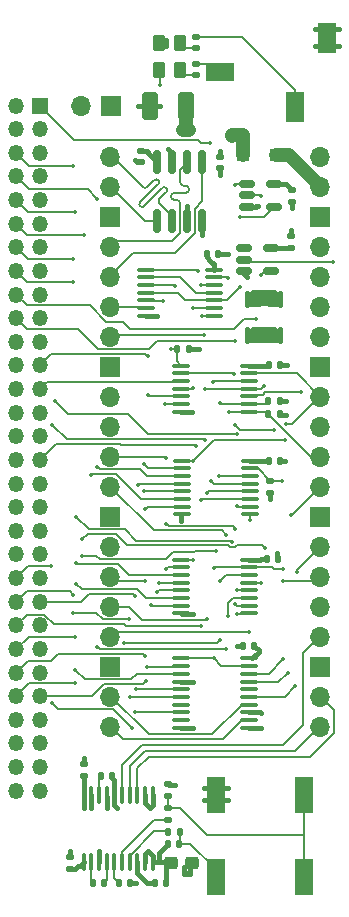
<source format=gbr>
%TF.GenerationSoftware,KiCad,Pcbnew,7.0.5-0*%
%TF.CreationDate,2023-06-15T10:43:23-05:00*%
%TF.ProjectId,PicoGUS,5069636f-4755-4532-9e6b-696361645f70,rev?*%
%TF.SameCoordinates,Original*%
%TF.FileFunction,Copper,L1,Top*%
%TF.FilePolarity,Positive*%
%FSLAX46Y46*%
G04 Gerber Fmt 4.6, Leading zero omitted, Abs format (unit mm)*
G04 Created by KiCad (PCBNEW 7.0.5-0) date 2023-06-15 10:43:23*
%MOMM*%
%LPD*%
G01*
G04 APERTURE LIST*
G04 Aperture macros list*
%AMRoundRect*
0 Rectangle with rounded corners*
0 $1 Rounding radius*
0 $2 $3 $4 $5 $6 $7 $8 $9 X,Y pos of 4 corners*
0 Add a 4 corners polygon primitive as box body*
4,1,4,$2,$3,$4,$5,$6,$7,$8,$9,$2,$3,0*
0 Add four circle primitives for the rounded corners*
1,1,$1+$1,$2,$3*
1,1,$1+$1,$4,$5*
1,1,$1+$1,$6,$7*
1,1,$1+$1,$8,$9*
0 Add four rect primitives between the rounded corners*
20,1,$1+$1,$2,$3,$4,$5,0*
20,1,$1+$1,$4,$5,$6,$7,0*
20,1,$1+$1,$6,$7,$8,$9,0*
20,1,$1+$1,$8,$9,$2,$3,0*%
G04 Aperture macros list end*
%TA.AperFunction,SMDPad,CuDef*%
%ADD10RoundRect,0.250000X0.312500X0.275000X-0.312500X0.275000X-0.312500X-0.275000X0.312500X-0.275000X0*%
%TD*%
%TA.AperFunction,SMDPad,CuDef*%
%ADD11RoundRect,0.140000X-0.170000X0.140000X-0.170000X-0.140000X0.170000X-0.140000X0.170000X0.140000X0*%
%TD*%
%TA.AperFunction,SMDPad,CuDef*%
%ADD12RoundRect,0.250000X-0.262500X-0.450000X0.262500X-0.450000X0.262500X0.450000X-0.262500X0.450000X0*%
%TD*%
%TA.AperFunction,SMDPad,CuDef*%
%ADD13RoundRect,0.100000X-0.637500X-0.100000X0.637500X-0.100000X0.637500X0.100000X-0.637500X0.100000X0*%
%TD*%
%TA.AperFunction,ComponentPad*%
%ADD14R,1.700000X1.700000*%
%TD*%
%TA.AperFunction,ComponentPad*%
%ADD15O,1.700000X1.700000*%
%TD*%
%TA.AperFunction,SMDPad,CuDef*%
%ADD16RoundRect,0.150000X0.150000X-0.825000X0.150000X0.825000X-0.150000X0.825000X-0.150000X-0.825000X0*%
%TD*%
%TA.AperFunction,SMDPad,CuDef*%
%ADD17RoundRect,0.140000X-0.140000X-0.170000X0.140000X-0.170000X0.140000X0.170000X-0.140000X0.170000X0*%
%TD*%
%TA.AperFunction,SMDPad,CuDef*%
%ADD18RoundRect,0.250000X0.412500X0.925000X-0.412500X0.925000X-0.412500X-0.925000X0.412500X-0.925000X0*%
%TD*%
%TA.AperFunction,SMDPad,CuDef*%
%ADD19RoundRect,0.135000X-0.135000X-0.185000X0.135000X-0.185000X0.135000X0.185000X-0.135000X0.185000X0*%
%TD*%
%TA.AperFunction,ComponentPad*%
%ADD20R,1.350000X1.350000*%
%TD*%
%TA.AperFunction,ComponentPad*%
%ADD21O,1.350000X1.350000*%
%TD*%
%TA.AperFunction,SMDPad,CuDef*%
%ADD22R,1.500000X2.650000*%
%TD*%
%TA.AperFunction,SMDPad,CuDef*%
%ADD23R,2.470100X1.512000*%
%TD*%
%TA.AperFunction,SMDPad,CuDef*%
%ADD24RoundRect,0.135000X0.185000X-0.135000X0.185000X0.135000X-0.185000X0.135000X-0.185000X-0.135000X0*%
%TD*%
%TA.AperFunction,SMDPad,CuDef*%
%ADD25RoundRect,0.150000X-0.512500X-0.150000X0.512500X-0.150000X0.512500X0.150000X-0.512500X0.150000X0*%
%TD*%
%TA.AperFunction,SMDPad,CuDef*%
%ADD26RoundRect,0.140000X0.140000X0.170000X-0.140000X0.170000X-0.140000X-0.170000X0.140000X-0.170000X0*%
%TD*%
%TA.AperFunction,SMDPad,CuDef*%
%ADD27RoundRect,0.147500X0.172500X-0.147500X0.172500X0.147500X-0.172500X0.147500X-0.172500X-0.147500X0*%
%TD*%
%TA.AperFunction,SMDPad,CuDef*%
%ADD28RoundRect,0.250000X-0.925000X0.412500X-0.925000X-0.412500X0.925000X-0.412500X0.925000X0.412500X0*%
%TD*%
%TA.AperFunction,SMDPad,CuDef*%
%ADD29RoundRect,0.140000X0.170000X-0.140000X0.170000X0.140000X-0.170000X0.140000X-0.170000X-0.140000X0*%
%TD*%
%TA.AperFunction,SMDPad,CuDef*%
%ADD30RoundRect,0.100000X0.100000X-0.637500X0.100000X0.637500X-0.100000X0.637500X-0.100000X-0.637500X0*%
%TD*%
%TA.AperFunction,SMDPad,CuDef*%
%ADD31R,1.100000X1.100000*%
%TD*%
%TA.AperFunction,SMDPad,CuDef*%
%ADD32R,1.500000X3.100000*%
%TD*%
%TA.AperFunction,SMDPad,CuDef*%
%ADD33RoundRect,0.250000X0.262500X0.450000X-0.262500X0.450000X-0.262500X-0.450000X0.262500X-0.450000X0*%
%TD*%
%TA.AperFunction,ViaPad*%
%ADD34C,0.350000*%
%TD*%
%TA.AperFunction,Conductor*%
%ADD35C,0.200000*%
%TD*%
%TA.AperFunction,Conductor*%
%ADD36C,0.400000*%
%TD*%
%TA.AperFunction,Conductor*%
%ADD37C,1.200000*%
%TD*%
G04 APERTURE END LIST*
D10*
%TO.P,C17,1*%
%TO.N,+3V3*%
X132205500Y-130175000D03*
%TO.P,C17,2*%
%TO.N,GND*%
X130430500Y-130175000D03*
%TD*%
D11*
%TO.P,C10,1*%
%TO.N,+3V3*%
X134620000Y-70386000D03*
%TO.P,C10,2*%
%TO.N,GND*%
X134620000Y-71346000D03*
%TD*%
D12*
%TO.P,R3,1*%
%TO.N,UART_TX*%
X129389500Y-62992000D03*
%TO.P,R3,2*%
%TO.N,Net-(L1-Pad1)*%
X131214500Y-62992000D03*
%TD*%
D13*
%TO.P,U3,1,S*%
%TO.N,ADS*%
X131318000Y-104487000D03*
%TO.P,U3,2,1B1*%
%TO.N,A0*%
X131318000Y-105137000D03*
%TO.P,U3,3,1B2*%
%TO.N,D0*%
X131318000Y-105787000D03*
%TO.P,U3,4,1A*%
%TO.N,AD0*%
X131318000Y-106437000D03*
%TO.P,U3,5,2B1*%
%TO.N,A1*%
X131318000Y-107087000D03*
%TO.P,U3,6,2B2*%
%TO.N,D1*%
X131318000Y-107737000D03*
%TO.P,U3,7,2A*%
%TO.N,AD1*%
X131318000Y-108387000D03*
%TO.P,U3,8,GND*%
%TO.N,GND*%
X131318000Y-109037000D03*
%TO.P,U3,9,3A*%
%TO.N,AD3*%
X137043000Y-109037000D03*
%TO.P,U3,10,3B2*%
%TO.N,D3*%
X137043000Y-108387000D03*
%TO.P,U3,11,3B1*%
%TO.N,A3*%
X137043000Y-107737000D03*
%TO.P,U3,12,4A*%
%TO.N,AD2*%
X137043000Y-107087000D03*
%TO.P,U3,13,4B2*%
%TO.N,D2*%
X137043000Y-106437000D03*
%TO.P,U3,14,4B1*%
%TO.N,A2*%
X137043000Y-105787000D03*
%TO.P,U3,15,~{OE}*%
%TO.N,~{BUSOE}*%
X137043000Y-105137000D03*
%TO.P,U3,16,VCC*%
%TO.N,+3V3*%
X137043000Y-104487000D03*
%TD*%
D14*
%TO.P,J6,1,Pin_1*%
%TO.N,UART_TX*%
X125354000Y-66040000D03*
D15*
%TO.P,J6,2,Pin_2*%
%TO.N,GND*%
X122814000Y-66040000D03*
%TD*%
D13*
%TO.P,U6,1*%
%TO.N,Net-(U5-Pad12)*%
X128338500Y-79920000D03*
%TO.P,U6,2*%
%TO.N,Net-(U6-Pad11)*%
X128338500Y-80570000D03*
%TO.P,U6,3*%
%TO.N,BUSOE*%
X128338500Y-81220000D03*
%TO.P,U6,4*%
%TO.N,Net-(U6-Pad10)*%
X128338500Y-81870000D03*
%TO.P,U6,5*%
%TO.N,Net-(U5-Pad6)*%
X128338500Y-82520000D03*
%TO.P,U6,6*%
%TO.N,~{RIOW}*%
X128338500Y-83170000D03*
%TO.P,U6,7,GND*%
%TO.N,GND*%
X128338500Y-83820000D03*
%TO.P,U6,8*%
%TO.N,~{RIOR}*%
X134063500Y-83820000D03*
%TO.P,U6,9*%
%TO.N,Net-(U5-Pad4)*%
X134063500Y-83170000D03*
%TO.P,U6,10*%
%TO.N,Net-(U6-Pad10)*%
X134063500Y-82520000D03*
%TO.P,U6,11*%
%TO.N,Net-(U6-Pad11)*%
X134063500Y-81870000D03*
%TO.P,U6,12*%
%TO.N,BUSOE*%
X134063500Y-81220000D03*
%TO.P,U6,13*%
%TO.N,RUN*%
X134063500Y-80570000D03*
%TO.P,U6,14,VCC*%
%TO.N,+3V3*%
X134063500Y-79920000D03*
%TD*%
D16*
%TO.P,U8,1,~{CE}*%
%TO.N,~{SPI_CS}*%
X129296000Y-75791000D03*
%TO.P,U8,2,SO/SIO*%
%TO.N,SPI_RX*%
X130566000Y-75791000D03*
%TO.P,U8,3,SIO2*%
%TO.N,GND*%
X131836000Y-75791000D03*
%TO.P,U8,4,VSS*%
X133106000Y-75791000D03*
%TO.P,U8,5,SI/SIO*%
%TO.N,SPI_TX*%
X133106000Y-70841000D03*
%TO.P,U8,6,SCLK*%
%TO.N,SPI_SCK*%
X131836000Y-70841000D03*
%TO.P,U8,7,SIO3*%
%TO.N,GND*%
X130566000Y-70841000D03*
%TO.P,U8,8,VCC*%
%TO.N,+3V3*%
X129296000Y-70841000D03*
%TD*%
D17*
%TO.P,C13,1*%
%TO.N,Net-(U10-LDOO)*%
X124484000Y-122809000D03*
%TO.P,C13,2*%
%TO.N,GND*%
X125444000Y-122809000D03*
%TD*%
%TO.P,C3,1*%
%TO.N,+3V3*%
X138712000Y-88011000D03*
%TO.P,C3,2*%
%TO.N,GND*%
X139672000Y-88011000D03*
%TD*%
D18*
%TO.P,C2,1*%
%TO.N,+5V*%
X131712500Y-66040000D03*
%TO.P,C2,2*%
%TO.N,GND*%
X128637500Y-66040000D03*
%TD*%
D17*
%TO.P,C9,1*%
%TO.N,+3V3*%
X138585000Y-104394000D03*
%TO.P,C9,2*%
%TO.N,GND*%
X139545000Y-104394000D03*
%TD*%
D19*
%TO.P,R6,1*%
%TO.N,Net-(U10-OUTR)*%
X130169000Y-127508000D03*
%TO.P,R6,2*%
%TO.N,/Audio/AUDIO_R*%
X131189000Y-127508000D03*
%TD*%
D17*
%TO.P,C18,1*%
%TO.N,GND*%
X130199000Y-128524000D03*
%TO.P,C18,2*%
%TO.N,/Audio/AUDIO_R*%
X131159000Y-128524000D03*
%TD*%
D20*
%TO.P,J3,1,RESET*%
%TO.N,RESET*%
X119348000Y-66040000D03*
D21*
%TO.P,J3,2,DB7*%
%TO.N,D7*%
X117348000Y-66040000D03*
%TO.P,J3,3,VCC*%
%TO.N,+5V*%
X119348000Y-68040000D03*
%TO.P,J3,4,DB6*%
%TO.N,D6*%
X117348000Y-68040000D03*
%TO.P,J3,5,IRQ2*%
%TO.N,IRQ2*%
X119348000Y-70040000D03*
%TO.P,J3,6,DB5*%
%TO.N,D5*%
X117348000Y-70040000D03*
%TO.P,J3,7,-5V*%
%TO.N,unconnected-(J3--5V-Pad7)*%
X119348000Y-72040000D03*
%TO.P,J3,8,DB4*%
%TO.N,D4*%
X117348000Y-72040000D03*
%TO.P,J3,9,DRQ2*%
%TO.N,unconnected-(J3-DRQ2-Pad9)*%
X119348000Y-74040000D03*
%TO.P,J3,10,DB3*%
%TO.N,D3*%
X117348000Y-74040000D03*
%TO.P,J3,11,-12V*%
%TO.N,unconnected-(J3--12V-Pad11)*%
X119348000Y-76040000D03*
%TO.P,J3,12,DB2*%
%TO.N,D2*%
X117348000Y-76040000D03*
%TO.P,J3,13,UNUSED*%
%TO.N,unconnected-(J3-UNUSED-Pad13)*%
X119348000Y-78040000D03*
%TO.P,J3,14,DB1*%
%TO.N,D1*%
X117348000Y-78040000D03*
%TO.P,J3,15,+12V*%
%TO.N,unconnected-(J3-+12V-Pad15)*%
X119348000Y-80040000D03*
%TO.P,J3,16,DB0*%
%TO.N,D0*%
X117348000Y-80040000D03*
%TO.P,J3,17,GND*%
%TO.N,GND*%
X119348000Y-82040000D03*
%TO.P,J3,18,IO_READY*%
%TO.N,I{slash}OCHRDY*%
X117348000Y-82040000D03*
%TO.P,J3,19,~{SMEMW}*%
%TO.N,unconnected-(J3-~{SMEMW}-Pad19)*%
X119348000Y-84040000D03*
%TO.P,J3,20,AEN*%
%TO.N,AEN*%
X117348000Y-84040000D03*
%TO.P,J3,21,~{SMEMR}*%
%TO.N,unconnected-(J3-~{SMEMR}-Pad21)*%
X119348000Y-86040000D03*
%TO.P,J3,22,BA19*%
%TO.N,unconnected-(J3-BA19-Pad22)*%
X117348000Y-86040000D03*
%TO.P,J3,23,~{IOW}*%
%TO.N,~{IOW}*%
X119348000Y-88040000D03*
%TO.P,J3,24,BA18*%
%TO.N,unconnected-(J3-BA18-Pad24)*%
X117348000Y-88040000D03*
%TO.P,J3,25,~{IOR}*%
%TO.N,~{IOR}*%
X119348000Y-90040000D03*
%TO.P,J3,26,BA17*%
%TO.N,unconnected-(J3-BA17-Pad26)*%
X117348000Y-90040000D03*
%TO.P,J3,27,~{DACK3}*%
%TO.N,DACK3*%
X119348000Y-92040000D03*
%TO.P,J3,28,BA16*%
%TO.N,unconnected-(J3-BA16-Pad28)*%
X117348000Y-92040000D03*
%TO.P,J3,29,DRQ3*%
%TO.N,DRQ3*%
X119348000Y-94040000D03*
%TO.P,J3,30,BA15*%
%TO.N,unconnected-(J3-BA15-Pad30)*%
X117348000Y-94040000D03*
%TO.P,J3,31,~{DACK1}*%
%TO.N,DACK*%
X119348000Y-96040000D03*
%TO.P,J3,32,BA14*%
%TO.N,unconnected-(J3-BA14-Pad32)*%
X117348000Y-96040000D03*
%TO.P,J3,33,DRQ1*%
%TO.N,DRQ*%
X119348000Y-98040000D03*
%TO.P,J3,34,BA13*%
%TO.N,unconnected-(J3-BA13-Pad34)*%
X117348000Y-98040000D03*
%TO.P,J3,35,~{DACK0}*%
%TO.N,unconnected-(J3-~{DACK0}-Pad35)*%
X119348000Y-100040000D03*
%TO.P,J3,36,BA12*%
%TO.N,unconnected-(J3-BA12-Pad36)*%
X117348000Y-100040000D03*
%TO.P,J3,37,CLK*%
%TO.N,unconnected-(J3-CLK-Pad37)*%
X119348000Y-102040000D03*
%TO.P,J3,38,BA11*%
%TO.N,unconnected-(J3-BA11-Pad38)*%
X117348000Y-102040000D03*
%TO.P,J3,39,IRQ7*%
%TO.N,IRQ7*%
X119348000Y-104040000D03*
%TO.P,J3,40,BA10*%
%TO.N,unconnected-(J3-BA10-Pad40)*%
X117348000Y-104040000D03*
%TO.P,J3,41,IRQ6*%
%TO.N,unconnected-(J3-IRQ6-Pad41)*%
X119348000Y-106040000D03*
%TO.P,J3,42,BA09*%
%TO.N,A9*%
X117348000Y-106040000D03*
%TO.P,J3,43,IRQ5*%
%TO.N,IRQ*%
X119348000Y-108040000D03*
%TO.P,J3,44,BA08*%
%TO.N,A8*%
X117348000Y-108040000D03*
%TO.P,J3,45,IRQ4*%
%TO.N,IRQ4*%
X119348000Y-110040000D03*
%TO.P,J3,46,BA07*%
%TO.N,A7*%
X117348000Y-110040000D03*
%TO.P,J3,47,IRQ3*%
%TO.N,IRQ3*%
X119348000Y-112040000D03*
%TO.P,J3,48,BA06*%
%TO.N,A6*%
X117348000Y-112040000D03*
%TO.P,J3,49,~{DACK2}*%
%TO.N,unconnected-(J3-~{DACK2}-Pad49)*%
X119348000Y-114040000D03*
%TO.P,J3,50,BA05*%
%TO.N,A5*%
X117348000Y-114040000D03*
%TO.P,J3,51,TC*%
%TO.N,TC*%
X119348000Y-116040000D03*
%TO.P,J3,52,BA04*%
%TO.N,A4*%
X117348000Y-116040000D03*
%TO.P,J3,53,ALE*%
%TO.N,unconnected-(J3-ALE-Pad53)*%
X119348000Y-118040000D03*
%TO.P,J3,54,BA03*%
%TO.N,A3*%
X117348000Y-118040000D03*
%TO.P,J3,55,VCC*%
%TO.N,+5V*%
X119348000Y-120040000D03*
%TO.P,J3,56,BA02*%
%TO.N,A2*%
X117348000Y-120040000D03*
%TO.P,J3,57,OSC*%
%TO.N,unconnected-(J3-OSC-Pad57)*%
X119348000Y-122040000D03*
%TO.P,J3,58,BA01*%
%TO.N,A1*%
X117348000Y-122040000D03*
%TO.P,J3,59,GND*%
%TO.N,GND*%
X119348000Y-124040000D03*
%TO.P,J3,60,BA00*%
%TO.N,A0*%
X117348000Y-124040000D03*
%TD*%
D22*
%TO.P,J5,R*%
%TO.N,Net-(J5-PadR)*%
X140932250Y-66139000D03*
%TO.P,J5,S*%
%TO.N,GND*%
X143632250Y-60289000D03*
D23*
%TO.P,J5,T*%
%TO.N,Net-(J5-PadT)*%
X134567300Y-63220000D03*
%TD*%
D17*
%TO.P,C12,1*%
%TO.N,Net-(U10-CAPP)*%
X123853000Y-131826000D03*
%TO.P,C12,2*%
%TO.N,Net-(U10-CAPM)*%
X124813000Y-131826000D03*
%TD*%
D24*
%TO.P,R5,1*%
%TO.N,Net-(U10-OUTL)*%
X130171000Y-126496000D03*
%TO.P,R5,2*%
%TO.N,/Audio/AUDIO_L*%
X130171000Y-125476000D03*
%TD*%
D17*
%TO.P,C7,1*%
%TO.N,+3V3*%
X133487000Y-78568000D03*
%TO.P,C7,2*%
%TO.N,GND*%
X134447000Y-78568000D03*
%TD*%
D13*
%TO.P,U4,1,S*%
%TO.N,ADS*%
X131386500Y-96105000D03*
%TO.P,U4,2,1B1*%
%TO.N,A4*%
X131386500Y-96755000D03*
%TO.P,U4,3,1B2*%
%TO.N,D4*%
X131386500Y-97405000D03*
%TO.P,U4,4,1A*%
%TO.N,AD4*%
X131386500Y-98055000D03*
%TO.P,U4,5,2B1*%
%TO.N,A5*%
X131386500Y-98705000D03*
%TO.P,U4,6,2B2*%
%TO.N,D5*%
X131386500Y-99355000D03*
%TO.P,U4,7,2A*%
%TO.N,AD5*%
X131386500Y-100005000D03*
%TO.P,U4,8,GND*%
%TO.N,GND*%
X131386500Y-100655000D03*
%TO.P,U4,9,3A*%
%TO.N,AD7*%
X137111500Y-100655000D03*
%TO.P,U4,10,3B2*%
%TO.N,D7*%
X137111500Y-100005000D03*
%TO.P,U4,11,3B1*%
%TO.N,A7*%
X137111500Y-99355000D03*
%TO.P,U4,12,4A*%
%TO.N,AD6*%
X137111500Y-98705000D03*
%TO.P,U4,13,4B2*%
%TO.N,D6*%
X137111500Y-98055000D03*
%TO.P,U4,14,4B1*%
%TO.N,A6*%
X137111500Y-97405000D03*
%TO.P,U4,15,~{OE}*%
%TO.N,~{BUSOE}*%
X137111500Y-96755000D03*
%TO.P,U4,16,VCC*%
%TO.N,+3V3*%
X137111500Y-96105000D03*
%TD*%
D11*
%TO.P,C14,1*%
%TO.N,GND*%
X123059000Y-121821000D03*
%TO.P,C14,2*%
%TO.N,+3V3*%
X123059000Y-122781000D03*
%TD*%
D25*
%TO.P,U7,1*%
%TO.N,AEN*%
X136921500Y-72686000D03*
%TO.P,U7,2*%
%TO.N,DACK*%
X136921500Y-73636000D03*
%TO.P,U7,3,GND*%
%TO.N,GND*%
X136921500Y-74586000D03*
%TO.P,U7,4*%
%TO.N,Net-(U6-Pad10)*%
X139196500Y-74586000D03*
%TO.P,U7,5,VCC*%
%TO.N,+3V3*%
X139196500Y-72686000D03*
%TD*%
D13*
%TO.P,U5,1*%
%TO.N,BUSOE*%
X131318000Y-88048000D03*
%TO.P,U5,2*%
%TO.N,~{BUSOE}*%
X131318000Y-88698000D03*
%TO.P,U5,3*%
%TO.N,~{IOR}*%
X131318000Y-89348000D03*
%TO.P,U5,4*%
%TO.N,Net-(U5-Pad4)*%
X131318000Y-89998000D03*
%TO.P,U5,5*%
%TO.N,~{IOW}*%
X131318000Y-90648000D03*
%TO.P,U5,6*%
%TO.N,Net-(U5-Pad6)*%
X131318000Y-91298000D03*
%TO.P,U5,7,GND*%
%TO.N,GND*%
X131318000Y-91948000D03*
%TO.P,U5,8*%
%TO.N,RUN*%
X137043000Y-91948000D03*
%TO.P,U5,9*%
%TO.N,RESET*%
X137043000Y-91298000D03*
%TO.P,U5,10*%
%TO.N,~{RDACK}*%
X137043000Y-90648000D03*
%TO.P,U5,11*%
%TO.N,DACK*%
X137043000Y-89998000D03*
%TO.P,U5,12*%
%TO.N,Net-(U5-Pad12)*%
X137043000Y-89348000D03*
%TO.P,U5,13*%
%TO.N,ADS*%
X137043000Y-88698000D03*
%TO.P,U5,14,VCC*%
%TO.N,+3V3*%
X137043000Y-88048000D03*
%TD*%
D15*
%TO.P,U1,1,GPIO0*%
%TO.N,SPI_RX*%
X125290500Y-70358000D03*
%TO.P,U1,2,GPIO1*%
%TO.N,~{SPI_CS}*%
X125290500Y-72898000D03*
D14*
%TO.P,U1,3,GND*%
%TO.N,GND*%
X125290500Y-75438000D03*
D15*
%TO.P,U1,4,GPIO2*%
%TO.N,SPI_SCK*%
X125290500Y-77978000D03*
%TO.P,U1,5,GPIO3*%
%TO.N,SPI_TX*%
X125290500Y-80518000D03*
%TO.P,U1,6,GPIO4*%
%TO.N,~{RIOW}*%
X125290500Y-83058000D03*
%TO.P,U1,7,GPIO5*%
%TO.N,~{RIOR}*%
X125290500Y-85598000D03*
D14*
%TO.P,U1,8,GND*%
%TO.N,GND*%
X125290500Y-88138000D03*
D15*
%TO.P,U1,9,GPIO6*%
%TO.N,AD0*%
X125290500Y-90678000D03*
%TO.P,U1,10,GPIO7*%
%TO.N,AD1*%
X125290500Y-93218000D03*
%TO.P,U1,11,GPIO8*%
%TO.N,AD2*%
X125290500Y-95758000D03*
%TO.P,U1,12,GPIO9*%
%TO.N,AD3*%
X125290500Y-98298000D03*
D14*
%TO.P,U1,13,GND*%
%TO.N,GND*%
X125290500Y-100838000D03*
D15*
%TO.P,U1,14,GPIO10*%
%TO.N,AD4*%
X125290500Y-103378000D03*
%TO.P,U1,15,GPIO11*%
%TO.N,AD5*%
X125290500Y-105918000D03*
%TO.P,U1,16,GPIO12*%
%TO.N,AD6*%
X125290500Y-108458000D03*
%TO.P,U1,17,GPIO13*%
%TO.N,AD7*%
X125290500Y-110998000D03*
D14*
%TO.P,U1,18,GND*%
%TO.N,GND*%
X125290500Y-113538000D03*
D15*
%TO.P,U1,19,GPIO14*%
%TO.N,RA8*%
X125290500Y-116078000D03*
%TO.P,U1,20,GPIO15*%
%TO.N,RA9*%
X125290500Y-118618000D03*
%TO.P,U1,21,GPIO16*%
%TO.N,DIN*%
X143070500Y-118618000D03*
%TO.P,U1,22,GPIO17*%
%TO.N,BCK*%
X143070500Y-116078000D03*
D14*
%TO.P,U1,23,GND*%
%TO.N,GND*%
X143070500Y-113538000D03*
D15*
%TO.P,U1,24,GPIO18*%
%TO.N,LRCK*%
X143070500Y-110998000D03*
%TO.P,U1,25,GPIO19*%
%TO.N,~{RDACK}*%
X143070500Y-108458000D03*
%TO.P,U1,26,GPIO20*%
%TO.N,RTC*%
X143070500Y-105918000D03*
%TO.P,U1,27,GPIO21*%
%TO.N,RIRQ*%
X143070500Y-103378000D03*
D14*
%TO.P,U1,28,GND*%
%TO.N,GND*%
X143070500Y-100838000D03*
D15*
%TO.P,U1,29,GPIO22*%
%TO.N,RDRQ*%
X143070500Y-98298000D03*
%TO.P,U1,30,RUN*%
%TO.N,RUN*%
X143070500Y-95758000D03*
%TO.P,U1,31,GPIO26_ADC0*%
%TO.N,~{RI{slash}OCHRDY}*%
X143070500Y-93218000D03*
%TO.P,U1,32,GPIO27_ADC1*%
%TO.N,ADS*%
X143070500Y-90678000D03*
D14*
%TO.P,U1,33,AGND*%
%TO.N,GND*%
X143070500Y-88138000D03*
D15*
%TO.P,U1,34,GPIO28_ADC2*%
%TO.N,UART_TX*%
X143070500Y-85598000D03*
%TO.P,U1,35,ADC_VREF*%
%TO.N,unconnected-(U1-ADC_VREF-Pad35)*%
X143070500Y-83058000D03*
%TO.P,U1,36,3V3*%
%TO.N,+3V3*%
X143070500Y-80518000D03*
%TO.P,U1,37,3V3_EN*%
%TO.N,unconnected-(U1-3V3_EN-Pad37)*%
X143070500Y-77978000D03*
D14*
%TO.P,U1,38,GND*%
%TO.N,GND*%
X143070500Y-75438000D03*
D15*
%TO.P,U1,39,VSYS*%
%TO.N,/VSYS*%
X143070500Y-72898000D03*
%TO.P,U1,40,VBUS*%
%TO.N,unconnected-(U1-VBUS-Pad40)*%
X143070500Y-70358000D03*
%TD*%
D26*
%TO.P,C4,1*%
%TO.N,+3V3*%
X137513000Y-111760000D03*
%TO.P,C4,2*%
%TO.N,GND*%
X136553000Y-111760000D03*
%TD*%
D27*
%TO.P,L1,1*%
%TO.N,Net-(L1-Pad1)*%
X132588000Y-63477000D03*
%TO.P,L1,2*%
%TO.N,Net-(J5-PadT)*%
X132588000Y-62507000D03*
%TD*%
D28*
%TO.P,C1,1*%
%TO.N,+3V3*%
X138313000Y-82364500D03*
%TO.P,C1,2*%
%TO.N,GND*%
X138313000Y-85439500D03*
%TD*%
D29*
%TO.P,C6,1*%
%TO.N,+3V3*%
X140599000Y-78077000D03*
%TO.P,C6,2*%
%TO.N,GND*%
X140599000Y-77117000D03*
%TD*%
D27*
%TO.P,L2,1*%
%TO.N,Net-(L2-Pad1)*%
X132588000Y-61191000D03*
%TO.P,L2,2*%
%TO.N,Net-(J5-PadR)*%
X132588000Y-60221000D03*
%TD*%
D19*
%TO.P,R1,1*%
%TO.N,BUSOE*%
X130935000Y-86614000D03*
%TO.P,R1,2*%
%TO.N,GND*%
X131955000Y-86614000D03*
%TD*%
D30*
%TO.P,U10,1,CPVDD*%
%TO.N,+3V3*%
X123059000Y-130116500D03*
%TO.P,U10,2,CAPP*%
%TO.N,Net-(U10-CAPP)*%
X123709000Y-130116500D03*
%TO.P,U10,3,CPGND*%
%TO.N,GND*%
X124359000Y-130116500D03*
%TO.P,U10,4,CAPM*%
%TO.N,Net-(U10-CAPM)*%
X125009000Y-130116500D03*
%TO.P,U10,5,VNEG*%
%TO.N,Net-(U10-VNEG)*%
X125659000Y-130116500D03*
%TO.P,U10,6,OUTL*%
%TO.N,Net-(U10-OUTL)*%
X126309000Y-130116500D03*
%TO.P,U10,7,OUTR*%
%TO.N,Net-(U10-OUTR)*%
X126959000Y-130116500D03*
%TO.P,U10,8,AVDD*%
%TO.N,+3V3*%
X127609000Y-130116500D03*
%TO.P,U10,9,AGND*%
%TO.N,GND*%
X128259000Y-130116500D03*
%TO.P,U10,10,DEMP*%
X128909000Y-130116500D03*
%TO.P,U10,11,FLT*%
X128909000Y-124391500D03*
%TO.P,U10,12,SCK*%
X128259000Y-124391500D03*
%TO.P,U10,13,BCK*%
%TO.N,BCK*%
X127609000Y-124391500D03*
%TO.P,U10,14,DIN*%
%TO.N,DIN*%
X126959000Y-124391500D03*
%TO.P,U10,15,LRCK*%
%TO.N,LRCK*%
X126309000Y-124391500D03*
%TO.P,U10,16,FMT*%
%TO.N,GND*%
X125659000Y-124391500D03*
%TO.P,U10,17,XSMT*%
%TO.N,+3V3*%
X125009000Y-124391500D03*
%TO.P,U10,18,LDOO*%
%TO.N,Net-(U10-LDOO)*%
X124359000Y-124391500D03*
%TO.P,U10,19,DGND*%
%TO.N,GND*%
X123709000Y-124391500D03*
%TO.P,U10,20,DVDD*%
%TO.N,+3V3*%
X123059000Y-124391500D03*
%TD*%
D24*
%TO.P,R2,1*%
%TO.N,+3V3*%
X138811000Y-98808000D03*
%TO.P,R2,2*%
%TO.N,~{BUSOE}*%
X138811000Y-97788000D03*
%TD*%
D26*
%TO.P,C16,1*%
%TO.N,GND*%
X130020000Y-131826000D03*
%TO.P,C16,2*%
%TO.N,+3V3*%
X129060000Y-131826000D03*
%TD*%
D17*
%TO.P,C11,1*%
%TO.N,Net-(U10-VNEG)*%
X126012000Y-131826000D03*
%TO.P,C11,2*%
%TO.N,GND*%
X126972000Y-131826000D03*
%TD*%
D19*
%TO.P,R8,1*%
%TO.N,RUN*%
X138684000Y-92160000D03*
%TO.P,R8,2*%
%TO.N,+3V3*%
X139704000Y-92160000D03*
%TD*%
D31*
%TO.P,D1,1,K*%
%TO.N,/VSYS*%
X139335000Y-70186000D03*
%TO.P,D1,2,A*%
%TO.N,+5V*%
X136535000Y-70186000D03*
%TD*%
D25*
%TO.P,U9,1*%
%TO.N,N/C*%
X136667500Y-78126000D03*
%TO.P,U9,2*%
%TO.N,~{RI{slash}OCHRDY}*%
X136667500Y-79076000D03*
%TO.P,U9,3,GND*%
%TO.N,GND*%
X136667500Y-80026000D03*
%TO.P,U9,4*%
%TO.N,I{slash}OCHRDY*%
X138942500Y-80026000D03*
%TO.P,U9,5,VCC*%
%TO.N,+3V3*%
X138942500Y-78126000D03*
%TD*%
D11*
%TO.P,C20,1*%
%TO.N,+3V3*%
X140716000Y-73208000D03*
%TO.P,C20,2*%
%TO.N,GND*%
X140716000Y-74168000D03*
%TD*%
%TO.P,C19,1*%
%TO.N,GND*%
X130171000Y-123502000D03*
%TO.P,C19,2*%
%TO.N,/Audio/AUDIO_L*%
X130171000Y-124462000D03*
%TD*%
%TO.P,C15,1*%
%TO.N,GND*%
X121920000Y-129695000D03*
%TO.P,C15,2*%
%TO.N,+3V3*%
X121920000Y-130655000D03*
%TD*%
%TO.P,C8,1*%
%TO.N,+3V3*%
X127889000Y-69878000D03*
%TO.P,C8,2*%
%TO.N,GND*%
X127889000Y-70838000D03*
%TD*%
D13*
%TO.P,U2,1,1OE*%
%TO.N,~{BUSOE}*%
X131318000Y-112850000D03*
%TO.P,U2,2,1A0*%
%TO.N,TC*%
X131318000Y-113500000D03*
%TO.P,U2,3,2Y0*%
%TO.N,DRQ*%
X131318000Y-114150000D03*
%TO.P,U2,4,1A1*%
%TO.N,GND*%
X131318000Y-114800000D03*
%TO.P,U2,5,2Y1*%
%TO.N,IRQ*%
X131318000Y-115450000D03*
%TO.P,U2,6,1A2*%
%TO.N,A8*%
X131318000Y-116100000D03*
%TO.P,U2,7,2Y2*%
%TO.N,unconnected-(U2-2Y2-Pad7)*%
X131318000Y-116750000D03*
%TO.P,U2,8,1A3*%
%TO.N,A9*%
X131318000Y-117400000D03*
%TO.P,U2,9,2Y3*%
%TO.N,unconnected-(U2-2Y3-Pad9)*%
X131318000Y-118050000D03*
%TO.P,U2,10,GND*%
%TO.N,GND*%
X131318000Y-118700000D03*
%TO.P,U2,11,2A3*%
X137043000Y-118700000D03*
%TO.P,U2,12,1Y3*%
%TO.N,RA9*%
X137043000Y-118050000D03*
%TO.P,U2,13,2A2*%
%TO.N,GND*%
X137043000Y-117400000D03*
%TO.P,U2,14,1Y2*%
%TO.N,RA8*%
X137043000Y-116750000D03*
%TO.P,U2,15,2A1*%
%TO.N,RIRQ*%
X137043000Y-116100000D03*
%TO.P,U2,16,1Y1*%
%TO.N,unconnected-(U2-1Y1-Pad16)*%
X137043000Y-115450000D03*
%TO.P,U2,17,2A0*%
%TO.N,RDRQ*%
X137043000Y-114800000D03*
%TO.P,U2,18,1Y0*%
%TO.N,RTC*%
X137043000Y-114150000D03*
%TO.P,U2,19,2OE*%
%TO.N,~{BUSOE}*%
X137043000Y-113500000D03*
%TO.P,U2,20,VCC*%
%TO.N,+3V3*%
X137043000Y-112850000D03*
%TD*%
D32*
%TO.P,J1,R*%
%TO.N,/Audio/AUDIO_R*%
X134245000Y-131339000D03*
%TO.P,J1,S*%
%TO.N,GND*%
X134245000Y-124439000D03*
%TO.P,J1,T*%
%TO.N,/Audio/AUDIO_L*%
X141745000Y-124439000D03*
X141745000Y-131339000D03*
%TD*%
D17*
%TO.P,C5,1*%
%TO.N,+3V3*%
X138712000Y-96139000D03*
%TO.P,C5,2*%
%TO.N,GND*%
X139672000Y-96139000D03*
%TD*%
D33*
%TO.P,R4,1*%
%TO.N,Net-(L2-Pad1)*%
X131214500Y-60706000D03*
%TO.P,R4,2*%
%TO.N,+3V3*%
X129389500Y-60706000D03*
%TD*%
D19*
%TO.P,R7,1*%
%TO.N,RESET*%
X138682000Y-91059000D03*
%TO.P,R7,2*%
%TO.N,GND*%
X139702000Y-91059000D03*
%TD*%
D34*
%TO.N,A0*%
X130048000Y-105283000D03*
%TO.N,A1*%
X129286000Y-107188000D03*
%TO.N,A2*%
X134620000Y-111252000D03*
X134620000Y-106299000D03*
X126492000Y-111506000D03*
%TO.N,A3*%
X135255000Y-109220000D03*
X124206000Y-111887000D03*
X135074000Y-112068000D03*
%TO.N,A4*%
X128143000Y-96393000D03*
X122301000Y-114935000D03*
%TO.N,A5*%
X128270000Y-112649000D03*
X128143000Y-98679000D03*
%TO.N,A6*%
X134493000Y-97409000D03*
X134239000Y-103759000D03*
X122301000Y-110998000D03*
X122882000Y-104140000D03*
%TO.N,A7*%
X132969000Y-99441000D03*
X132969000Y-110109000D03*
%TO.N,A8*%
X122174000Y-107442000D03*
X126873000Y-109474000D03*
X122174000Y-108966000D03*
X127000000Y-116078000D03*
%TO.N,A9*%
X120396000Y-116586000D03*
X127127000Y-118745000D03*
X127381000Y-117400000D03*
X120269000Y-105029000D03*
%TO.N,D0*%
X122174000Y-80942000D03*
X122428000Y-104775000D03*
%TO.N,D1*%
X122428000Y-106553000D03*
X122174000Y-78994000D03*
%TO.N,D2*%
X122936000Y-102743000D03*
X138049000Y-106426000D03*
X138430000Y-103505000D03*
X123063000Y-76962000D03*
%TO.N,D3*%
X135890000Y-108204000D03*
X135636000Y-102997000D03*
X122301000Y-75057000D03*
X122428000Y-100838000D03*
%TO.N,D4*%
X124206000Y-96647000D03*
X124206000Y-73914000D03*
%TO.N,D5*%
X123698000Y-97282000D03*
X122174000Y-71120000D03*
%TO.N,D6*%
X133858000Y-97790000D03*
X120396000Y-93091000D03*
X133350000Y-94361000D03*
%TO.N,D7*%
X136017000Y-99949000D03*
X136017000Y-93853000D03*
X120650000Y-91059000D03*
%TO.N,GND*%
X127635000Y-66040000D03*
X140081000Y-96139000D03*
X129409000Y-130048000D03*
X135255000Y-123825000D03*
X121920000Y-129159000D03*
X129286000Y-83820000D03*
X136906000Y-80518000D03*
X137795000Y-74549000D03*
X130806000Y-123571000D03*
X144653000Y-60960000D03*
X140589000Y-76581000D03*
X133096000Y-76962000D03*
X136017000Y-111760000D03*
X130175000Y-69723000D03*
X123059000Y-121285000D03*
X136906000Y-85979000D03*
X131318000Y-101219000D03*
X124333000Y-129159000D03*
X140225500Y-88011000D03*
X134620000Y-71882000D03*
X142621000Y-60960000D03*
X133223000Y-124841000D03*
X123694000Y-125476000D03*
X142621000Y-59563000D03*
X132842000Y-86614000D03*
X139700000Y-84963000D03*
X138049000Y-118745000D03*
X136906000Y-84963000D03*
X139700000Y-85471000D03*
X132334000Y-114808000D03*
X131836000Y-74549000D03*
X132334000Y-118745000D03*
X139700000Y-85979000D03*
X135255000Y-124841000D03*
X136906000Y-85471000D03*
X138049000Y-117475000D03*
X128520000Y-129159000D03*
X144653000Y-59563000D03*
X140716000Y-74676000D03*
X135255000Y-78613000D03*
X139446000Y-103886000D03*
X133223000Y-123825000D03*
X125853000Y-125476000D03*
X127508000Y-131826000D03*
X129540000Y-66040000D03*
X128647000Y-125476000D03*
X132334000Y-109093000D03*
X127381000Y-70612000D03*
X140208000Y-91059000D03*
X132207000Y-91948000D03*
%TO.N,~{IOW}*%
X128524000Y-87249000D03*
X128524000Y-90551000D03*
%TO.N,+3V3*%
X133858000Y-79248000D03*
X122555000Y-130429000D03*
X139700000Y-81915000D03*
X137922000Y-112268000D03*
X128524000Y-69977000D03*
X132076000Y-131064000D03*
X136906000Y-82931000D03*
X136906000Y-82423000D03*
X128397000Y-131826000D03*
X138176000Y-96139000D03*
X131568000Y-131064000D03*
X123059000Y-125476000D03*
X140208000Y-92202000D03*
X130048000Y-60960000D03*
X125009000Y-125476000D03*
X138811000Y-99314000D03*
X127885000Y-131318000D03*
X140053000Y-78077000D03*
X134620000Y-69850000D03*
X138049000Y-104422000D03*
X140208000Y-72644000D03*
X130048000Y-60452000D03*
X138086000Y-88048000D03*
X139700000Y-82423000D03*
X139700000Y-82931000D03*
X136906000Y-81915000D03*
%TO.N,I{slash}OCHRDY*%
X138049000Y-80391000D03*
X137668000Y-84074000D03*
%TO.N,+5V*%
X136652000Y-68580000D03*
X131953000Y-68072000D03*
X136144000Y-68580000D03*
X131445000Y-68072000D03*
X135636000Y-68580000D03*
%TO.N,~{RIOR}*%
X133096000Y-83820000D03*
X133223000Y-85471000D03*
%TO.N,RESET*%
X134620000Y-91186000D03*
X133731000Y-69215000D03*
%TO.N,TC*%
X128333500Y-114744500D03*
X128397000Y-113538000D03*
%TO.N,BUSOE*%
X130810000Y-81280000D03*
X130429000Y-86614000D03*
X132969000Y-81220000D03*
%TO.N,RIRQ*%
X141097000Y-105537000D03*
X140970000Y-115189000D03*
%TO.N,~{RDACK}*%
X141478000Y-90297000D03*
%TO.N,RDRQ*%
X140589000Y-100711000D03*
X140335000Y-114046000D03*
%TO.N,RTC*%
X139954000Y-112903000D03*
X139954000Y-106299000D03*
%TO.N,IRQ*%
X127515000Y-115450000D03*
X127381000Y-107569000D03*
%TO.N,DACK*%
X133350000Y-90043000D03*
X132588000Y-94869000D03*
X138049000Y-73660000D03*
X138303000Y-89789000D03*
%TO.N,DRQ*%
X122301000Y-113792000D03*
%TO.N,AEN*%
X135890000Y-85979000D03*
X135890000Y-72771000D03*
%TO.N,ADS*%
X140081000Y-94361000D03*
X140208000Y-92964000D03*
X132334000Y-104521000D03*
X132334000Y-96139000D03*
%TO.N,~{BUSOE}*%
X134112000Y-105156000D03*
X139827000Y-97788000D03*
X135763000Y-88773000D03*
X135890000Y-93091000D03*
X134048500Y-112839500D03*
X139192000Y-93472000D03*
X139954000Y-105283000D03*
%TO.N,RUN*%
X135382000Y-91948000D03*
X135255000Y-80645000D03*
%TO.N,AD7*%
X137160000Y-101092000D03*
X137033000Y-110617000D03*
%TO.N,AD6*%
X133477000Y-109474000D03*
X133477000Y-98806000D03*
%TO.N,AD5*%
X128270000Y-100203000D03*
X128270000Y-106299000D03*
%TO.N,AD4*%
X127635000Y-98171000D03*
%TO.N,AD3*%
X135128000Y-102362000D03*
X136017000Y-109093000D03*
%TO.N,AD2*%
X130048000Y-101473000D03*
X136017000Y-107061000D03*
X135890000Y-101854000D03*
X130048000Y-95885000D03*
%TO.N,AD1*%
X128778000Y-108331000D03*
%TO.N,AD0*%
X129413000Y-106426000D03*
%TO.N,UART_TX*%
X129540000Y-64262000D03*
%TO.N,Net-(U5-Pad4)*%
X132334000Y-89916000D03*
X132334000Y-83185000D03*
%TO.N,Net-(U5-Pad6)*%
X129921000Y-91313000D03*
X129794000Y-82550000D03*
%TO.N,Net-(U6-Pad10)*%
X136271000Y-75438000D03*
X136271000Y-81407000D03*
%TO.N,Net-(U5-Pad12)*%
X132715000Y-80010000D03*
X133985000Y-89408000D03*
%TO.N,~{RI{slash}OCHRDY}*%
X144145000Y-79248000D03*
%TD*%
D35*
%TO.N,A0*%
X130194000Y-105137000D02*
X130048000Y-105283000D01*
X131318000Y-105137000D02*
X130194000Y-105137000D01*
%TO.N,A1*%
X129413000Y-107061000D02*
X131292000Y-107061000D01*
X129286000Y-107188000D02*
X129413000Y-107061000D01*
%TO.N,A2*%
X134366000Y-111506000D02*
X134620000Y-111252000D01*
X134620000Y-106299000D02*
X135132000Y-105787000D01*
X126492000Y-111506000D02*
X134366000Y-111506000D01*
X135132000Y-105787000D02*
X137043000Y-105787000D01*
%TO.N,A3*%
X135067000Y-112075000D02*
X124394000Y-112075000D01*
X135074000Y-112068000D02*
X135067000Y-112075000D01*
X135255000Y-109220000D02*
X135255000Y-108150000D01*
X124394000Y-112075000D02*
X124206000Y-111887000D01*
X135255000Y-108150000D02*
X135668000Y-107737000D01*
X135668000Y-107737000D02*
X137043000Y-107737000D01*
%TO.N,A4*%
X131386500Y-96755000D02*
X128505000Y-96755000D01*
X122294000Y-114942000D02*
X118446000Y-114942000D01*
X122301000Y-114935000D02*
X122294000Y-114942000D01*
X118446000Y-114942000D02*
X117348000Y-116040000D01*
X128505000Y-96755000D02*
X128143000Y-96393000D01*
%TO.N,A5*%
X128270000Y-112649000D02*
X128082000Y-112461000D01*
X118358000Y-113030000D02*
X117348000Y-114040000D01*
X120269000Y-113030000D02*
X118358000Y-113030000D01*
X128082000Y-112461000D02*
X120838000Y-112461000D01*
X131386500Y-98705000D02*
X128143000Y-98679000D01*
X120838000Y-112461000D02*
X120269000Y-113030000D01*
%TO.N,A6*%
X124079000Y-104140000D02*
X124394000Y-104455000D01*
X129987000Y-104455000D02*
X130610000Y-103832000D01*
X137111500Y-97405000D02*
X134497000Y-97405000D01*
X122882000Y-104140000D02*
X124079000Y-104140000D01*
X117348000Y-112040000D02*
X118390000Y-110998000D01*
X130610000Y-103832000D02*
X134239000Y-103759000D01*
X134497000Y-97405000D02*
X134493000Y-97409000D01*
X118390000Y-110998000D02*
X122301000Y-110998000D01*
X124394000Y-104455000D02*
X129987000Y-104455000D01*
%TO.N,A7*%
X132969000Y-99441000D02*
X133055000Y-99355000D01*
X133055000Y-99355000D02*
X137111500Y-99355000D01*
X126431000Y-109921000D02*
X120504621Y-109921000D01*
X119721621Y-109138000D02*
X118250000Y-109138000D01*
X118250000Y-109138000D02*
X117348000Y-110040000D01*
X119721621Y-109138000D02*
X120504621Y-109921000D01*
X132969000Y-110109000D02*
X126619000Y-110109000D01*
X126619000Y-110109000D02*
X126431000Y-109921000D01*
%TO.N,A8*%
X126812000Y-109535000D02*
X124648000Y-109535000D01*
X124648000Y-109535000D02*
X124080000Y-108967000D01*
X118250000Y-107138000D02*
X117348000Y-108040000D01*
X126873000Y-109474000D02*
X126812000Y-109535000D01*
X121870000Y-107138000D02*
X118250000Y-107138000D01*
X124080000Y-108967000D02*
X122175000Y-108967000D01*
X122174000Y-107442000D02*
X121870000Y-107138000D01*
X127000000Y-116078000D02*
X131296000Y-116078000D01*
X122175000Y-108967000D02*
X122174000Y-108966000D01*
%TO.N,A9*%
X120900000Y-117090000D02*
X124779391Y-117090000D01*
X125537000Y-117155000D02*
X127127000Y-118745000D01*
X120269000Y-105029000D02*
X118359000Y-105029000D01*
X124844391Y-117155000D02*
X125537000Y-117155000D01*
X118359000Y-105029000D02*
X117348000Y-106040000D01*
X131318000Y-117400000D02*
X127381000Y-117400000D01*
X120396000Y-116586000D02*
X120900000Y-117090000D01*
X124779391Y-117090000D02*
X124844391Y-117155000D01*
%TO.N,D0*%
X125923000Y-104841000D02*
X126869000Y-105787000D01*
X122494000Y-104841000D02*
X125923000Y-104841000D01*
X126869000Y-105787000D02*
X131318000Y-105787000D01*
X118250000Y-80942000D02*
X117348000Y-80040000D01*
X122174000Y-80942000D02*
X118250000Y-80942000D01*
X122428000Y-104775000D02*
X122494000Y-104841000D01*
%TO.N,D1*%
X122174000Y-78994000D02*
X118302000Y-78994000D01*
X127569000Y-106995000D02*
X128311000Y-107737000D01*
X127569000Y-106995000D02*
X122870000Y-106995000D01*
X118302000Y-78994000D02*
X117348000Y-78040000D01*
X122870000Y-106995000D02*
X122428000Y-106553000D01*
X131318000Y-107737000D02*
X128311000Y-107737000D01*
%TO.N,D2*%
X123378000Y-102301000D02*
X125789000Y-102301000D01*
X122936000Y-102743000D02*
X123378000Y-102301000D01*
X118270000Y-76962000D02*
X117348000Y-76040000D01*
X126739000Y-103251000D02*
X135247947Y-103251000D01*
X123063000Y-76962000D02*
X118270000Y-76962000D01*
X135447947Y-103451000D02*
X135824053Y-103451000D01*
X135824053Y-103451000D02*
X136024053Y-103251000D01*
X137043000Y-106437000D02*
X138038000Y-106437000D01*
X135247947Y-103251000D02*
X135447947Y-103451000D01*
X138176000Y-103251000D02*
X138430000Y-103505000D01*
X138038000Y-106437000D02*
X138049000Y-106426000D01*
X136024053Y-103251000D02*
X138176000Y-103251000D01*
X125789000Y-102301000D02*
X126739000Y-103251000D01*
%TO.N,D3*%
X123505000Y-101915000D02*
X122428000Y-100838000D01*
X137043000Y-108387000D02*
X136073000Y-108387000D01*
X117348000Y-74040000D02*
X118365000Y-75057000D01*
X126553000Y-101915000D02*
X123505000Y-101915000D01*
X127508000Y-102870000D02*
X126553000Y-101915000D01*
X135509000Y-102870000D02*
X127508000Y-102870000D01*
X135636000Y-102997000D02*
X135509000Y-102870000D01*
X118365000Y-75057000D02*
X122301000Y-75057000D01*
X136073000Y-108387000D02*
X135890000Y-108204000D01*
%TO.N,D4*%
X124206000Y-73914000D02*
X123430000Y-73138000D01*
X127827000Y-96835000D02*
X124394000Y-96835000D01*
X118446000Y-73138000D02*
X117348000Y-72040000D01*
X124394000Y-96835000D02*
X124206000Y-96647000D01*
X128397000Y-97405000D02*
X127827000Y-96835000D01*
X131386500Y-97405000D02*
X128397000Y-97405000D01*
X123430000Y-73138000D02*
X118446000Y-73138000D01*
%TO.N,D5*%
X123759000Y-97221000D02*
X123698000Y-97282000D01*
X131386500Y-99355000D02*
X127930000Y-99355000D01*
X125796000Y-97221000D02*
X123759000Y-97221000D01*
X127930000Y-99355000D02*
X125796000Y-97221000D01*
X122174000Y-71120000D02*
X118428000Y-71120000D01*
X118428000Y-71120000D02*
X117348000Y-70040000D01*
%TO.N,D6*%
X121600000Y-94295000D02*
X120396000Y-93091000D01*
X133284000Y-94295000D02*
X121600000Y-94295000D01*
X137111500Y-98055000D02*
X134123000Y-98055000D01*
X134123000Y-98055000D02*
X133858000Y-97790000D01*
X133350000Y-94361000D02*
X133284000Y-94295000D01*
%TO.N,D7*%
X128524000Y-93853000D02*
X136017000Y-93853000D01*
X121732000Y-92141000D02*
X126812000Y-92141000D01*
X137111500Y-100005000D02*
X136073000Y-100005000D01*
X126812000Y-92141000D02*
X128524000Y-93853000D01*
X136073000Y-100005000D02*
X136017000Y-99949000D01*
X120650000Y-91059000D02*
X121732000Y-92141000D01*
D36*
%TO.N,GND*%
X139446000Y-103886000D02*
X139446000Y-104295000D01*
X139700000Y-85598000D02*
X139700000Y-85471000D01*
X129286000Y-83820000D02*
X128338500Y-83820000D01*
X125659000Y-124391500D02*
X125659000Y-123151000D01*
X136667500Y-80026000D02*
X136667500Y-80279500D01*
X128520000Y-129159000D02*
X128909000Y-129548000D01*
X142621000Y-59563000D02*
X142875000Y-59563000D01*
X129409000Y-130048000D02*
X128977500Y-130048000D01*
X139573000Y-85852000D02*
X139446000Y-85852000D01*
X144653000Y-59563000D02*
X144358250Y-59563000D01*
X139700000Y-85979000D02*
X139573000Y-85852000D01*
X130020000Y-130629500D02*
X130347500Y-130302000D01*
X128259000Y-125088000D02*
X128647000Y-125476000D01*
X128977500Y-130048000D02*
X128909000Y-130116500D01*
X128909000Y-125214000D02*
X128647000Y-125476000D01*
X136906000Y-85471000D02*
X138281500Y-85471000D01*
X129409000Y-129286000D02*
X129409000Y-130048000D01*
X136906000Y-85344000D02*
X137160000Y-85090000D01*
X135255000Y-123825000D02*
X134859000Y-123825000D01*
X130093500Y-130048000D02*
X129409000Y-130048000D01*
X137043000Y-118700000D02*
X138004000Y-118700000D01*
X139700000Y-85471000D02*
X139573000Y-85471000D01*
X137033000Y-85852000D02*
X137900500Y-85852000D01*
X133096000Y-76962000D02*
X133096000Y-75801000D01*
X135255000Y-78613000D02*
X134492000Y-78613000D01*
X125853000Y-125476000D02*
X125659000Y-125282000D01*
X133631000Y-123825000D02*
X134245000Y-124439000D01*
X139700000Y-85598000D02*
X139446000Y-85852000D01*
X127508000Y-131826000D02*
X126972000Y-131826000D01*
X125659000Y-125282000D02*
X125659000Y-124391500D01*
X137631000Y-74586000D02*
X136921500Y-74586000D01*
X127635000Y-66040000D02*
X128637500Y-66040000D01*
X128909000Y-129548000D02*
X128909000Y-130116500D01*
X142621000Y-60960000D02*
X142961250Y-60960000D01*
X128259000Y-124391500D02*
X128259000Y-125088000D01*
X123694000Y-125476000D02*
X123709000Y-125461000D01*
X123709000Y-125461000D02*
X123709000Y-124391500D01*
X124359000Y-130116500D02*
X124359000Y-129185000D01*
X132334000Y-114808000D02*
X131326000Y-114808000D01*
X137033000Y-85090000D02*
X137963500Y-85090000D01*
X127607000Y-70838000D02*
X127889000Y-70838000D01*
X140225500Y-88011000D02*
X139682500Y-88011000D01*
X139446000Y-104295000D02*
X139545000Y-104394000D01*
X136906000Y-85344000D02*
X136906000Y-85471000D01*
X137668000Y-74549000D02*
X137631000Y-74586000D01*
X144303250Y-60960000D02*
X143632250Y-60289000D01*
X137795000Y-74549000D02*
X137668000Y-74549000D01*
X128520000Y-129159000D02*
X128259000Y-129420000D01*
X142961250Y-60960000D02*
X143632250Y-60289000D01*
X135255000Y-124841000D02*
X134647000Y-124841000D01*
X140716000Y-74676000D02*
X140716000Y-74168000D01*
X128909000Y-124391500D02*
X128909000Y-125214000D01*
X138004000Y-118700000D02*
X138049000Y-118745000D01*
X132207000Y-91948000D02*
X131318000Y-91948000D01*
X121920000Y-129159000D02*
X121920000Y-129695000D01*
X139700000Y-84963000D02*
X139573000Y-85090000D01*
X136667500Y-80279500D02*
X136906000Y-80518000D01*
X137043000Y-117400000D02*
X137974000Y-117400000D01*
X131326000Y-114808000D02*
X131318000Y-114800000D01*
X139700000Y-85344000D02*
X139700000Y-85598000D01*
X131318000Y-101219000D02*
X131318000Y-100723500D01*
X139446000Y-85852000D02*
X138725500Y-85852000D01*
X132334000Y-109093000D02*
X131374000Y-109093000D01*
X139573000Y-85090000D02*
X139446000Y-85090000D01*
X131374000Y-109093000D02*
X131318000Y-109037000D01*
X130175000Y-69723000D02*
X130566000Y-70114000D01*
X136017000Y-111760000D02*
X136553000Y-111760000D01*
X132334000Y-118745000D02*
X131363000Y-118745000D01*
X132842000Y-86614000D02*
X131955000Y-86614000D01*
X139700000Y-85344000D02*
X139700000Y-84963000D01*
X139700000Y-85598000D02*
X139700000Y-85979000D01*
X130806000Y-123571000D02*
X130240000Y-123571000D01*
X139700000Y-85344000D02*
X139446000Y-85090000D01*
X130171000Y-128524000D02*
X129409000Y-129286000D01*
X127381000Y-70612000D02*
X127607000Y-70838000D01*
X136906000Y-85090000D02*
X136906000Y-85344000D01*
X144653000Y-60960000D02*
X144303250Y-60960000D01*
X133223000Y-124841000D02*
X133843000Y-124841000D01*
X131318000Y-100723500D02*
X131386500Y-100655000D01*
X136906000Y-85090000D02*
X137160000Y-85090000D01*
X130020000Y-131826000D02*
X130020000Y-130629500D01*
X131836000Y-74549000D02*
X131836000Y-75791000D01*
X139700000Y-85471000D02*
X139700000Y-85344000D01*
X129540000Y-66040000D02*
X128637500Y-66040000D01*
X136906000Y-85598000D02*
X136906000Y-85344000D01*
X131363000Y-118745000D02*
X131318000Y-118700000D01*
X137974000Y-117400000D02*
X138049000Y-117475000D01*
X128259000Y-129420000D02*
X128259000Y-130116500D01*
X139446000Y-85090000D02*
X138662500Y-85090000D01*
X124359000Y-129185000D02*
X124333000Y-129159000D01*
X134620000Y-71882000D02*
X134620000Y-71346000D01*
X133223000Y-123825000D02*
X133631000Y-123825000D01*
X136906000Y-85979000D02*
X137033000Y-85852000D01*
X140589000Y-76581000D02*
X140589000Y-77107000D01*
X134859000Y-123825000D02*
X134245000Y-124439000D01*
X140208000Y-91059000D02*
X139702000Y-91059000D01*
X136906000Y-85598000D02*
X136906000Y-85979000D01*
X142875000Y-59563000D02*
X142906250Y-59563000D01*
X136906000Y-84963000D02*
X137033000Y-85090000D01*
X125659000Y-123151000D02*
X125444000Y-122936000D01*
X139672000Y-96139000D02*
X140081000Y-96139000D01*
X136906000Y-85471000D02*
X136906000Y-85598000D01*
X123059000Y-121821000D02*
X123059000Y-121285000D01*
D35*
%TO.N,~{IOW}*%
X128209000Y-87061000D02*
X120327000Y-87061000D01*
X128524000Y-90551000D02*
X128621000Y-90648000D01*
X128621000Y-90648000D02*
X131318000Y-90648000D01*
X120327000Y-87061000D02*
X119348000Y-88040000D01*
X128524000Y-87249000D02*
X128397000Y-87249000D01*
X128397000Y-87249000D02*
X128209000Y-87061000D01*
%TO.N,~{IOR}*%
X131258000Y-89408000D02*
X119980000Y-89408000D01*
X119980000Y-89408000D02*
X119348000Y-90040000D01*
%TO.N,RA9*%
X125290500Y-118528000D02*
X126396500Y-119634000D01*
X134874000Y-119634000D02*
X136458000Y-118050000D01*
X126396500Y-119634000D02*
X134874000Y-119634000D01*
%TO.N,RA8*%
X125290500Y-115988000D02*
X128559500Y-119257000D01*
X128559500Y-119257000D02*
X133950697Y-119257000D01*
X133950697Y-119257000D02*
X136457697Y-116750000D01*
D36*
%TO.N,+3V3*%
X128425000Y-69878000D02*
X127889000Y-69878000D01*
X136906000Y-81915000D02*
X137033000Y-82042000D01*
X139446000Y-82804000D02*
X138752500Y-82804000D01*
X133487000Y-78568000D02*
X133487000Y-78877000D01*
X138049000Y-104422000D02*
X138395000Y-104422000D01*
X137922000Y-112268000D02*
X137922000Y-112169000D01*
X139196500Y-72686000D02*
X140166000Y-72686000D01*
X123059000Y-125476000D02*
X123087000Y-125448000D01*
X136906000Y-82550000D02*
X136906000Y-82931000D01*
X134620000Y-69850000D02*
X134620000Y-70386000D01*
X138176000Y-96139000D02*
X138142000Y-96105000D01*
X139700000Y-82550000D02*
X139446000Y-82804000D01*
X132076000Y-131064000D02*
X132076000Y-130605500D01*
X140004000Y-78126000D02*
X138942500Y-78126000D01*
X134063500Y-79453500D02*
X133858000Y-79248000D01*
X136906000Y-82804000D02*
X137160000Y-82804000D01*
X125009000Y-125476000D02*
X125009000Y-124583500D01*
X131822000Y-131064000D02*
X131568000Y-130810000D01*
X129794000Y-60706000D02*
X129389500Y-60706000D01*
X122746500Y-130429000D02*
X123059000Y-130116500D01*
X139700000Y-82423000D02*
X139573000Y-82423000D01*
X137984000Y-104487000D02*
X137043000Y-104487000D01*
X134063500Y-79920000D02*
X134063500Y-79453500D01*
X139700000Y-82296000D02*
X139700000Y-82423000D01*
X136906000Y-82550000D02*
X136906000Y-82423000D01*
X128524000Y-69977000D02*
X128425000Y-69878000D01*
X139700000Y-82423000D02*
X139700000Y-82550000D01*
X139700000Y-82931000D02*
X139573000Y-82804000D01*
X139700000Y-82550000D02*
X139700000Y-82931000D01*
X140053000Y-78077000D02*
X140004000Y-78126000D01*
X137922000Y-112268000D02*
X137340000Y-112850000D01*
X130048000Y-60452000D02*
X129794000Y-60706000D01*
X137160000Y-82804000D02*
X137873500Y-82804000D01*
X138086000Y-88048000D02*
X137043000Y-88048000D01*
X132076000Y-131064000D02*
X131568000Y-131064000D01*
X128524000Y-70069000D02*
X129296000Y-70841000D01*
X128397000Y-131826000D02*
X127889000Y-131318000D01*
X138086000Y-88048000D02*
X138675000Y-88048000D01*
X136906000Y-82296000D02*
X136906000Y-81915000D01*
X133487000Y-78877000D02*
X133858000Y-79248000D01*
X139573000Y-82042000D02*
X138635500Y-82042000D01*
X140053000Y-78077000D02*
X140599000Y-78077000D01*
X127609000Y-131042000D02*
X127609000Y-130116500D01*
X138176000Y-96139000D02*
X138585000Y-96139000D01*
X128397000Y-131826000D02*
X129060000Y-131826000D01*
X140208000Y-92202000D02*
X139746000Y-92202000D01*
X137922000Y-112169000D02*
X137513000Y-111760000D01*
X138811000Y-99314000D02*
X138811000Y-98808000D01*
X138585000Y-96139000D02*
X138712000Y-96012000D01*
X139700000Y-81915000D02*
X139573000Y-82042000D01*
X139700000Y-82296000D02*
X139700000Y-81915000D01*
X138049000Y-104422000D02*
X137984000Y-104487000D01*
X130048000Y-60960000D02*
X130048000Y-60452000D01*
X140716000Y-73152000D02*
X140208000Y-72644000D01*
X128524000Y-69977000D02*
X128524000Y-70069000D01*
X131568000Y-130810000D02*
X131568000Y-130506500D01*
X137033000Y-82042000D02*
X137990500Y-82042000D01*
X136906000Y-82931000D02*
X136906000Y-82804000D01*
X127885000Y-131318000D02*
X127609000Y-131042000D01*
X122329000Y-130655000D02*
X121920000Y-130655000D01*
X122555000Y-130429000D02*
X122329000Y-130655000D01*
X122555000Y-130429000D02*
X122746500Y-130429000D01*
X138142000Y-96105000D02*
X137111500Y-96105000D01*
X127889000Y-131318000D02*
X127885000Y-131318000D01*
X136906000Y-82423000D02*
X137033000Y-82423000D01*
X131568000Y-131064000D02*
X131568000Y-130810000D01*
X140166000Y-72686000D02*
X140208000Y-72644000D01*
X132076000Y-131064000D02*
X131822000Y-131064000D01*
X137160000Y-82804000D02*
X136906000Y-82550000D01*
X123087000Y-125448000D02*
X123087000Y-122809000D01*
X123059000Y-124391500D02*
X123059000Y-122837000D01*
X136906000Y-82550000D02*
X136906000Y-82296000D01*
X139573000Y-82804000D02*
X139446000Y-82804000D01*
D35*
%TO.N,I{slash}OCHRDY*%
X117348000Y-82040000D02*
X118250000Y-82942000D01*
X138049000Y-80391000D02*
X138414000Y-80026000D01*
X126365000Y-84328000D02*
X127000000Y-84963000D01*
X123553195Y-82942000D02*
X124939195Y-84328000D01*
X118250000Y-82942000D02*
X123553195Y-82942000D01*
X127000000Y-84963000D02*
X135763000Y-84963000D01*
X135763000Y-84963000D02*
X136652000Y-84074000D01*
X124939195Y-84328000D02*
X126365000Y-84328000D01*
X136652000Y-84074000D02*
X137668000Y-84074000D01*
D37*
%TO.N,+5V*%
X136535000Y-68570000D02*
X135646000Y-68570000D01*
X135646000Y-68570000D02*
X135636000Y-68580000D01*
X131826000Y-68072000D02*
X131445000Y-68072000D01*
X131712500Y-67831500D02*
X131712500Y-66040000D01*
X136535000Y-70186000D02*
X136535000Y-68570000D01*
X131953000Y-68072000D02*
X131826000Y-68072000D01*
X131953000Y-68072000D02*
X131712500Y-67831500D01*
D35*
%TO.N,~{RIOR}*%
X133096000Y-83820000D02*
X134063500Y-83820000D01*
X125417500Y-85471000D02*
X133223000Y-85471000D01*
%TO.N,~{RIOW}*%
X125290500Y-83058000D02*
X128226500Y-83058000D01*
X128226500Y-83058000D02*
X128338500Y-83170000D01*
%TO.N,RESET*%
X138443000Y-91298000D02*
X138682000Y-91059000D01*
X134732000Y-91298000D02*
X137043000Y-91298000D01*
X134620000Y-91186000D02*
X134732000Y-91298000D01*
X132988159Y-69215000D02*
X132734159Y-68961000D01*
X122269000Y-68961000D02*
X119348000Y-66040000D01*
X132734159Y-68961000D02*
X122269000Y-68961000D01*
X133731000Y-69215000D02*
X132988159Y-69215000D01*
X137043000Y-91298000D02*
X138443000Y-91298000D01*
%TO.N,Net-(J5-PadR)*%
X140932250Y-64732250D02*
X140932250Y-66139000D01*
X136421000Y-60221000D02*
X140932250Y-64732250D01*
X132588000Y-60221000D02*
X136421000Y-60221000D01*
%TO.N,TC*%
X128082000Y-114996000D02*
X127326947Y-114996000D01*
X127326947Y-114996000D02*
X127321947Y-115001000D01*
X127321947Y-115001000D02*
X124775000Y-115001000D01*
X128333500Y-114744500D02*
X128082000Y-114996000D01*
X123736000Y-116040000D02*
X119348000Y-116040000D01*
X124775000Y-115001000D02*
X123736000Y-116040000D01*
X128397000Y-113538000D02*
X131280000Y-113538000D01*
%TO.N,BUSOE*%
X130935000Y-86614000D02*
X130935000Y-87665000D01*
X130810000Y-81280000D02*
X130750000Y-81220000D01*
X132969000Y-81220000D02*
X134063500Y-81220000D01*
X130750000Y-81220000D02*
X128338500Y-81220000D01*
X130935000Y-87665000D02*
X131318000Y-88048000D01*
X130935000Y-86614000D02*
X130429000Y-86614000D01*
%TO.N,RIRQ*%
X140059000Y-116100000D02*
X140970000Y-115189000D01*
X141097000Y-105351500D02*
X143070500Y-103378000D01*
X137043000Y-116100000D02*
X140059000Y-116100000D01*
X141097000Y-105537000D02*
X141097000Y-105351500D01*
%TO.N,~{RDACK}*%
X137179000Y-90512000D02*
X137043000Y-90648000D01*
X138430000Y-90297000D02*
X138215000Y-90512000D01*
X141478000Y-90297000D02*
X138430000Y-90297000D01*
X138215000Y-90512000D02*
X137179000Y-90512000D01*
%TO.N,RDRQ*%
X140589000Y-100711000D02*
X140657500Y-100711000D01*
X140657500Y-100711000D02*
X143070500Y-98298000D01*
X140335000Y-114046000D02*
X139500000Y-114881000D01*
X139500000Y-114881000D02*
X137124000Y-114881000D01*
%TO.N,RTC*%
X139954000Y-106299000D02*
X142689500Y-106299000D01*
X137043000Y-114150000D02*
X138707000Y-114150000D01*
X138707000Y-114150000D02*
X139954000Y-112903000D01*
%TO.N,IRQ*%
X127381000Y-107569000D02*
X127193000Y-107381000D01*
X127515000Y-115450000D02*
X131318000Y-115450000D01*
X123505000Y-107381000D02*
X122846000Y-108040000D01*
X127193000Y-107381000D02*
X123505000Y-107381000D01*
X122846000Y-108040000D02*
X119348000Y-108040000D01*
%TO.N,DACK*%
X126238000Y-94742000D02*
X126177000Y-94681000D01*
X136921500Y-73636000D02*
X138025000Y-73636000D01*
X132461000Y-94742000D02*
X126238000Y-94742000D01*
X138025000Y-73636000D02*
X138049000Y-73660000D01*
X138094000Y-89998000D02*
X138303000Y-89789000D01*
X133350000Y-90043000D02*
X136998000Y-90043000D01*
X132588000Y-94869000D02*
X132461000Y-94742000D01*
X137043000Y-89998000D02*
X138094000Y-89998000D01*
X126177000Y-94681000D02*
X120707000Y-94681000D01*
X120707000Y-94681000D02*
X119348000Y-96040000D01*
%TO.N,DRQ*%
X127531000Y-114150000D02*
X131318000Y-114150000D01*
X122301000Y-113792000D02*
X123124000Y-114615000D01*
X127066000Y-114615000D02*
X127531000Y-114150000D01*
X123124000Y-114615000D02*
X127066000Y-114615000D01*
%TO.N,AEN*%
X128590000Y-86675000D02*
X129286000Y-85979000D01*
X117348000Y-84040000D02*
X118250000Y-84942000D01*
X122534000Y-84942000D02*
X124267000Y-86675000D01*
X136921500Y-72686000D02*
X135975000Y-72686000D01*
X129286000Y-85979000D02*
X135890000Y-85979000D01*
X118250000Y-84942000D02*
X122534000Y-84942000D01*
X135975000Y-72686000D02*
X135890000Y-72771000D01*
X124267000Y-86675000D02*
X128590000Y-86675000D01*
%TO.N,BCK*%
X144272000Y-117189500D02*
X143070500Y-115988000D01*
X127609000Y-122095314D02*
X128546314Y-121158000D01*
X128546314Y-121158000D02*
X142246482Y-121158000D01*
X127609000Y-124391500D02*
X127609000Y-122095314D01*
X144272000Y-119132482D02*
X144272000Y-117189500D01*
X142246482Y-121158000D02*
X144272000Y-119132482D01*
%TO.N,DIN*%
X126959000Y-124391500D02*
X126959000Y-121957000D01*
X128266000Y-120650000D02*
X140948500Y-120650000D01*
X126959000Y-121957000D02*
X128266000Y-120650000D01*
X140948500Y-120650000D02*
X143070500Y-118528000D01*
%TO.N,LRCK*%
X141591500Y-112387000D02*
X143070500Y-110908000D01*
X128014312Y-120142000D02*
X139954000Y-120142000D01*
X126309000Y-124391500D02*
X126309000Y-121847312D01*
X141591500Y-118504500D02*
X141591500Y-112387000D01*
X139954000Y-120142000D02*
X141591500Y-118504500D01*
X126309000Y-121847312D02*
X128014312Y-120142000D01*
%TO.N,ADS*%
X140208000Y-92964000D02*
X140716000Y-92964000D01*
X137043000Y-88698000D02*
X141090500Y-88698000D01*
X140716000Y-92964000D02*
X143002000Y-90678000D01*
X134112000Y-94361000D02*
X140081000Y-94361000D01*
X132334000Y-96139000D02*
X134112000Y-94361000D01*
X131318000Y-104487000D02*
X132300000Y-104487000D01*
X132334000Y-96139000D02*
X131420500Y-96139000D01*
X141090500Y-88698000D02*
X143070500Y-90678000D01*
X132300000Y-104487000D02*
X132334000Y-104521000D01*
%TO.N,~{BUSOE}*%
X134059000Y-112850000D02*
X134709000Y-113500000D01*
X139184947Y-105283000D02*
X139038947Y-105137000D01*
X131318000Y-112850000D02*
X134059000Y-112850000D01*
X135763000Y-88773000D02*
X135688000Y-88698000D01*
X139192000Y-93472000D02*
X136278053Y-93472000D01*
X135897053Y-93091000D02*
X135890000Y-93091000D01*
X137043000Y-105137000D02*
X134131000Y-105137000D01*
X135890000Y-93091000D02*
X135890000Y-93083947D01*
X139954000Y-105283000D02*
X139184947Y-105283000D01*
X135688000Y-88698000D02*
X131318000Y-88698000D01*
X139827000Y-97788000D02*
X138811000Y-97788000D01*
X134131000Y-105137000D02*
X134112000Y-105156000D01*
X135890000Y-93083947D02*
X135897053Y-93091000D01*
X137111500Y-96755000D02*
X137778000Y-96755000D01*
X139038947Y-105137000D02*
X137043000Y-105137000D01*
X134709000Y-113500000D02*
X137043000Y-113500000D01*
X137778000Y-96755000D02*
X138811000Y-97788000D01*
X136278053Y-93472000D02*
X135897053Y-93091000D01*
%TO.N,~{SPI_CS}*%
X128273500Y-75791000D02*
X129296000Y-75791000D01*
X125290500Y-72808000D02*
X128273500Y-75791000D01*
%TO.N,SPI_RX*%
X128433666Y-72944626D02*
X129039515Y-72338774D01*
X129445532Y-74293781D02*
X130566000Y-75414249D01*
X128433665Y-72944624D02*
X128433666Y-72944626D01*
X130051371Y-73350652D02*
X129445533Y-73956491D01*
X129376804Y-72676063D02*
X129376806Y-72676064D01*
X129445533Y-74293781D02*
X129445532Y-74293781D01*
X128165114Y-74562331D02*
X129714080Y-73013362D01*
X128165114Y-74562330D02*
X128165114Y-74562331D01*
X129376806Y-72676064D02*
X127827825Y-74225041D01*
X125419751Y-70268000D02*
X128096376Y-72944625D01*
X130051371Y-73350653D02*
X130051371Y-73350652D01*
X129376805Y-72338774D02*
G75*
G03*
X129039515Y-72338774I-168645J-168645D01*
G01*
X128096356Y-72944645D02*
G75*
G03*
X128433665Y-72944624I168644J168645D01*
G01*
X127827856Y-74562300D02*
G75*
G03*
X128165114Y-74562330I168644J168600D01*
G01*
X130051362Y-73350644D02*
G75*
G03*
X130051371Y-73013365I-168662J168644D01*
G01*
X129376786Y-72676045D02*
G75*
G03*
X129376805Y-72338774I-168586J168645D01*
G01*
X130051347Y-73013389D02*
G75*
G03*
X129714080Y-73013362I-168647J-168611D01*
G01*
X127827839Y-74225055D02*
G75*
G03*
X127827825Y-74562331I168661J-168645D01*
G01*
X129445497Y-73956455D02*
G75*
G03*
X129445533Y-74293781I168703J-168645D01*
G01*
%TO.N,SPI_TX*%
X133106000Y-74158000D02*
X133106000Y-70841000D01*
X132461000Y-74803000D02*
X133106000Y-74158000D01*
X132461000Y-76812751D02*
X132461000Y-74803000D01*
X127232500Y-78486000D02*
X130787751Y-78486000D01*
X130787751Y-78486000D02*
X132461000Y-76812751D01*
X125290500Y-80428000D02*
X127232500Y-78486000D01*
%TO.N,SPI_SCK*%
X130556000Y-77470000D02*
X125708500Y-77470000D01*
X130740591Y-73417000D02*
X131681409Y-73417000D01*
X131211000Y-74317000D02*
X131211000Y-76815000D01*
X131211000Y-71466000D02*
X131211000Y-72517000D01*
X130740591Y-74017000D02*
X130911000Y-74017000D01*
X131511000Y-72817000D02*
X131681409Y-72817000D01*
X131836000Y-70841000D02*
X131211000Y-71466000D01*
X131211000Y-76815000D02*
X130556000Y-77470000D01*
X131681409Y-73417009D02*
G75*
G03*
X131981409Y-73117000I-9J300009D01*
G01*
X131211000Y-74317000D02*
G75*
G03*
X130911000Y-74017000I-300000J0D01*
G01*
X130740591Y-73416991D02*
G75*
G03*
X130440591Y-73717000I9J-300009D01*
G01*
X131211000Y-72517000D02*
G75*
G03*
X131511000Y-72817000I300000J0D01*
G01*
X130440600Y-73717000D02*
G75*
G03*
X130740591Y-74017000I300000J0D01*
G01*
X131981400Y-73117000D02*
G75*
G03*
X131681409Y-72817000I-300000J0D01*
G01*
%TO.N,RUN*%
X137043000Y-91948000D02*
X138472000Y-91948000D01*
X138684000Y-92160000D02*
X142282000Y-95758000D01*
X138472000Y-91948000D02*
X138684000Y-92160000D01*
X142282000Y-95758000D02*
X143070500Y-95758000D01*
X134063500Y-80570000D02*
X135180000Y-80570000D01*
X135382000Y-91948000D02*
X137043000Y-91948000D01*
X135180000Y-80570000D02*
X135255000Y-80645000D01*
%TO.N,Net-(J5-PadT)*%
X133854300Y-62507000D02*
X134567300Y-63220000D01*
X132588000Y-62507000D02*
X133854300Y-62507000D01*
%TO.N,AD7*%
X137111500Y-100655000D02*
X137160000Y-101092000D01*
X137033000Y-110617000D02*
X125671500Y-110617000D01*
%TO.N,AD6*%
X133477000Y-109474000D02*
X133350000Y-109601000D01*
X133350000Y-109601000D02*
X128016000Y-109601000D01*
X137111500Y-98705000D02*
X133578000Y-98705000D01*
X126873000Y-108458000D02*
X125290500Y-108458000D01*
X133578000Y-98705000D02*
X133477000Y-98806000D01*
X128016000Y-109601000D02*
X126873000Y-108458000D01*
%TO.N,AD5*%
X131386500Y-100005000D02*
X128468000Y-100005000D01*
X128270000Y-100203000D02*
X128468000Y-100005000D01*
X128270000Y-106299000D02*
X125671500Y-106299000D01*
%TO.N,AD4*%
X127751000Y-98055000D02*
X127635000Y-98171000D01*
X131386500Y-98055000D02*
X127751000Y-98055000D01*
%TO.N,AD3*%
X135128000Y-102362000D02*
X134766000Y-102000000D01*
X128992500Y-102000000D02*
X125290500Y-98298000D01*
X137043000Y-109037000D02*
X136017000Y-109093000D01*
X134766000Y-102000000D02*
X128992500Y-102000000D01*
%TO.N,AD2*%
X135890000Y-101854000D02*
X135709000Y-101673000D01*
X136043000Y-107087000D02*
X136017000Y-107061000D01*
X137043000Y-107087000D02*
X136043000Y-107087000D01*
X129921000Y-95758000D02*
X125290500Y-95758000D01*
X130048000Y-95885000D02*
X129921000Y-95758000D01*
X130248000Y-101673000D02*
X130048000Y-101473000D01*
X135709000Y-101673000D02*
X130248000Y-101673000D01*
%TO.N,AD1*%
X128778000Y-108331000D02*
X128834000Y-108387000D01*
X131318000Y-108387000D02*
X128834000Y-108387000D01*
%TO.N,AD0*%
X129424000Y-106437000D02*
X129413000Y-106426000D01*
X131318000Y-106437000D02*
X129424000Y-106437000D01*
%TO.N,Net-(L1-Pad1)*%
X131699500Y-63477000D02*
X131214500Y-62992000D01*
X132588000Y-63477000D02*
X131699500Y-63477000D01*
%TO.N,Net-(L2-Pad1)*%
X131699500Y-61191000D02*
X131214500Y-60706000D01*
X132588000Y-61191000D02*
X131699500Y-61191000D01*
%TO.N,UART_TX*%
X129540000Y-64262000D02*
X129540000Y-63142500D01*
%TO.N,Net-(U5-Pad4)*%
X131318000Y-89998000D02*
X132252000Y-89998000D01*
X132252000Y-89998000D02*
X132334000Y-89916000D01*
X132334000Y-83185000D02*
X134048500Y-83185000D01*
X132334000Y-89916000D02*
X132334000Y-89953000D01*
%TO.N,Net-(U5-Pad6)*%
X129936000Y-91298000D02*
X129921000Y-91313000D01*
X129794000Y-82550000D02*
X128368500Y-82550000D01*
X131318000Y-91298000D02*
X129936000Y-91298000D01*
%TO.N,Net-(U6-Pad10)*%
X136271000Y-75438000D02*
X138344500Y-75438000D01*
X138344500Y-75438000D02*
X139196500Y-74586000D01*
X131019000Y-81870000D02*
X131669000Y-82520000D01*
X136271000Y-81407000D02*
X135158000Y-82520000D01*
X128338500Y-81870000D02*
X131019000Y-81870000D01*
X131669000Y-82520000D02*
X134063500Y-82520000D01*
X135158000Y-82520000D02*
X134063500Y-82520000D01*
%TO.N,Net-(U5-Pad12)*%
X134045000Y-89348000D02*
X133985000Y-89408000D01*
X132625000Y-79920000D02*
X132715000Y-80010000D01*
X137043000Y-89348000D02*
X134045000Y-89348000D01*
X128338500Y-79920000D02*
X132625000Y-79920000D01*
%TO.N,Net-(U6-Pad11)*%
X132588000Y-81915000D02*
X134018500Y-81915000D01*
X128338500Y-80570000D02*
X131243000Y-80570000D01*
X131243000Y-80570000D02*
X132588000Y-81915000D01*
D37*
%TO.N,/VSYS*%
X139335000Y-70186000D02*
X140448500Y-70186000D01*
X140448500Y-70186000D02*
X143070500Y-72808000D01*
D35*
%TO.N,~{RI{slash}OCHRDY}*%
X144145000Y-79248000D02*
X136839500Y-79248000D01*
%TO.N,Net-(U10-VNEG)*%
X125659000Y-131473000D02*
X126012000Y-131826000D01*
X125659000Y-130116500D02*
X125659000Y-131473000D01*
%TO.N,Net-(U10-CAPP)*%
X123709000Y-130116500D02*
X123709000Y-131682000D01*
%TO.N,Net-(U10-CAPM)*%
X125009000Y-131630000D02*
X124813000Y-131826000D01*
X125009000Y-130116500D02*
X125009000Y-131630000D01*
%TO.N,Net-(U10-LDOO)*%
X124359000Y-124391500D02*
X124359000Y-123061000D01*
X124359000Y-123061000D02*
X124484000Y-122936000D01*
%TO.N,/Audio/AUDIO_R*%
X131187000Y-128524000D02*
X131949000Y-128524000D01*
X132080000Y-128524000D02*
X134245000Y-130689000D01*
X131064000Y-128524000D02*
X132080000Y-128524000D01*
X131189000Y-127508000D02*
X131189000Y-128494000D01*
%TO.N,/Audio/AUDIO_L*%
X141732000Y-127762000D02*
X141745000Y-127749000D01*
X131191000Y-125476000D02*
X133477000Y-127762000D01*
X141745000Y-127749000D02*
X141745000Y-124439000D01*
X130171000Y-125476000D02*
X131191000Y-125476000D01*
X130171000Y-125476000D02*
X130171000Y-124462000D01*
X141745000Y-127749000D02*
X141745000Y-131339000D01*
X133477000Y-127762000D02*
X141732000Y-127762000D01*
%TO.N,Net-(U10-OUTL)*%
X126309000Y-129211000D02*
X129028000Y-126492000D01*
X129340197Y-126492000D02*
X129344197Y-126496000D01*
X129028000Y-126492000D02*
X129340197Y-126492000D01*
X126309000Y-130116500D02*
X126309000Y-129211000D01*
X129344197Y-126496000D02*
X130171000Y-126496000D01*
%TO.N,Net-(U10-OUTR)*%
X129012197Y-127478000D02*
X130171000Y-127478000D01*
X126959000Y-129531197D02*
X129012197Y-127478000D01*
%TD*%
M02*

</source>
